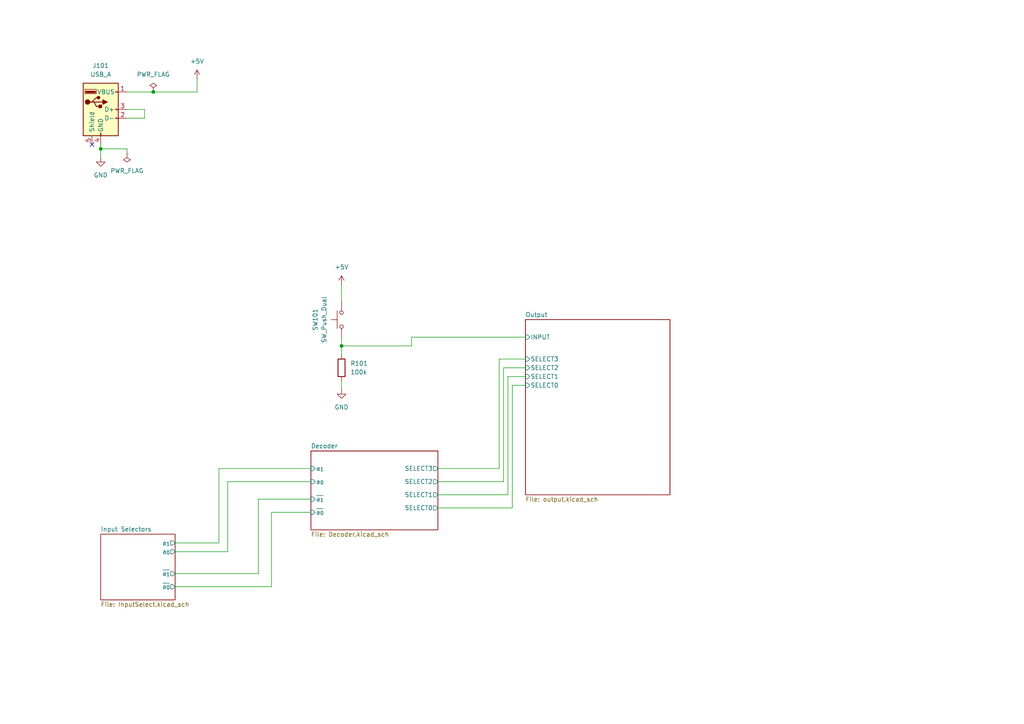
<source format=kicad_sch>
(kicad_sch (version 20211123) (generator eeschema)
  (paper "A4")
  (lib_symbols
    (symbol "Connector:USB_A" (pin_names (offset 1.016))
      (property "Reference" "J" (at -5.08 11.43 0))
      (property "Value" "USB_A" (at -5.08 8.89 0))
      (symbol "USB_A_0_1"
        (rectangle (start -5.08 -7.62) (end 5.08 7.62) (stroke (width 0.254)) (fill (type background)))
        (circle (center -3.81 2.159) (radius 0.635) (stroke (width 0.254)) (fill (type outline)))
        (rectangle (start -1.524 4.826) (end -4.318 5.334) (fill (type outline)))
        (rectangle (start -1.27 4.572) (end -4.572 5.842))
        (circle (center -0.635 3.429) (radius 0.381) (stroke (width 0.254)) (fill (type outline)))
        (rectangle (start -0.127 -7.62) (end 0.127 -6.858))
        (polyline (pts (xy -3.175 2.159) (xy -2.54 2.159) (xy -1.27 3.429) (xy -0.635 3.429)) (stroke (width 0.254)))
        (polyline (pts (xy -2.54 2.159) (xy -1.905 2.159) (xy -1.27 0.889) (xy 0 0.889)) (stroke (width 0.254)))
        (polyline (pts (xy 0.635 2.794) (xy 0.635 1.524) (xy 1.905 2.159) (xy 0.635 2.794)) (stroke (width 0.254)) (fill (type outline)))
        (rectangle (start 0.254 1.27) (end -0.508 0.508) (stroke (width 0.254)) (fill (type outline)))
        (rectangle (start 5.08 -2.667) (end 4.318 -2.413))
        (rectangle (start 5.08 -0.127) (end 4.318 0.127))
        (rectangle (start 5.08 4.953) (end 4.318 5.207))
      )
      (symbol "USB_A_1_1"
        (polyline (pts (xy -1.905 2.159) (xy 0.635 2.159)) (stroke (width 0.254)))
        (pin power_in line (at 7.62 5.08 180) (length 2.54) (name "VBUS") (number "1"))
        (pin bidirectional line (at 7.62 -2.54 180) (length 2.54) (name "D-") (number "2"))
        (pin bidirectional line (at 7.62 0 180) (length 2.54) (name "D+") (number "3"))
        (pin power_in line (at 0 -10.16 90) (length 2.54) (name "GND") (number "4"))
        (pin passive line (at -2.54 -10.16 90) (length 2.54) (name "Shield") (number "5"))
      )
    )
    (symbol "Device:R" (pin_numbers hide) (pin_names (offset 0))
      (property "Reference" "R" (at 2.032 0 90))
      (property "Value" "R" (at 0 0 90))
      (symbol "R_0_1"
        (rectangle (start -1.016 -2.54) (end 1.016 2.54) (stroke (width 0.254)))
      )
      (symbol "R_1_1"
        (pin passive line (at 0 3.81 270) (length 1.27) (name "~") (number "1"))
        (pin passive line (at 0 -3.81 90) (length 1.27) (name "~") (number "2"))
      )
    )
    (symbol "Switch:SW_Push" (pin_numbers hide) (pin_names (offset 1.016) hide)
      (property "Reference" "SW" (at 1.27 2.54 0))
      (property "Value" "SW_Push" (at 0 -1.524 0))
      (symbol "SW_Push_0_1"
        (circle (center -2.032 0) (radius 0.508))
        (polyline (pts (xy 0 1.27) (xy 0 3.048)))
        (polyline (pts (xy 2.54 1.27) (xy -2.54 1.27)))
        (circle (center 2.032 0) (radius 0.508))
        (pin passive line (at -5.08 0 0) (length 2.54) (name "1") (number "1"))
        (pin passive line (at 5.08 0 180) (length 2.54) (name "2") (number "2"))
      )
    )
    (symbol "power:+5V" (power) (pin_names (offset 0))
      (property "Value" "+5V" (at 0 3.556 0))
      (symbol "+5V_0_1"
        (polyline (pts (xy -0.762 1.27) (xy 0 2.54)))
        (polyline (pts (xy 0 0) (xy 0 2.54)))
        (polyline (pts (xy 0 2.54) (xy 0.762 1.27)))
      )
      (symbol "+5V_1_1"
        (pin power_in line (at 0 0 90) (length 0) hide (name "+5V") (number "1"))
      )
    )
    (symbol "power:GND" (power) (pin_names (offset 0))
      (property "Value" "GND" (at 0 -3.81 0))
      (symbol "GND_0_1"
        (polyline (pts (xy 0 0) (xy 0 -1.27) (xy 1.27 -1.27) (xy 0 -2.54) (xy -1.27 -1.27) (xy 0 -1.27)))
      )
      (symbol "GND_1_1"
        (pin power_in line (at 0 0 270) (length 0) hide (name "GND") (number "1"))
      )
    )
    (symbol "power:PWR_FLAG" (power) (pin_numbers hide) (pin_names (offset 0) hide)
      (property "Value" "PWR_FLAG" (at 0 3.81 0))
      (symbol "PWR_FLAG_0_0"
        (pin power_out line (at 0 0 90) (length 0) (name "pwr") (number "1"))
      )
      (symbol "PWR_FLAG_0_1"
        (polyline (pts (xy 0 0) (xy 0 1.27) (xy -1.016 1.905) (xy 0 2.54) (xy 1.016 1.905) (xy 0 1.27)))
      )
    )
  )
  (junction (at 99.06 100.33))
  (junction (at 44.45 26.67))
  (junction (at 29.21 43.18))
  (no_connect (at 26.67 41.91))
  (wire (pts (xy 119.38 97.79) (xy 152.4 97.79)))
  (wire (pts (xy 36.83 26.67) (xy 44.45 26.67)))
  (wire (pts (xy 144.78 104.14) (xy 152.4 104.14)))
  (wire (pts (xy 146.05 106.68) (xy 152.4 106.68)))
  (wire (pts (xy 50.8 157.48) (xy 63.5 157.48)))
  (wire (pts (xy 66.04 160.02) (xy 66.04 139.7)))
  (wire (pts (xy 119.38 100.33) (xy 119.38 97.79)))
  (wire (pts (xy 127 143.51) (xy 147.32 143.51)))
  (wire (pts (xy 148.59 111.76) (xy 152.4 111.76)))
  (wire (pts (xy 78.74 170.18) (xy 78.74 148.59)))
  (wire (pts (xy 57.15 26.67) (xy 57.15 22.86)))
  (wire (pts (xy 147.32 109.22) (xy 152.4 109.22)))
  (wire (pts (xy 66.04 139.7) (xy 90.17 139.7)))
  (wire (pts (xy 99.06 82.55) (xy 99.06 87.63)))
  (wire (pts (xy 99.06 100.33) (xy 99.06 102.87)))
  (wire (pts (xy 74.93 144.78) (xy 90.17 144.78)))
  (wire (pts (xy 36.83 34.29) (xy 41.91 34.29)))
  (wire (pts (xy 36.83 43.18) (xy 36.83 44.45)))
  (wire (pts (xy 44.45 26.67) (xy 57.15 26.67)))
  (wire (pts (xy 74.93 166.37) (xy 74.93 144.78)))
  (wire (pts (xy 99.06 97.79) (xy 99.06 100.33)))
  (wire (pts (xy 127 147.32) (xy 148.59 147.32)))
  (wire (pts (xy 146.05 139.7) (xy 146.05 106.68)))
  (wire (pts (xy 148.59 147.32) (xy 148.59 111.76)))
  (wire (pts (xy 29.21 43.18) (xy 36.83 43.18)))
  (wire (pts (xy 41.91 31.75) (xy 41.91 34.29)))
  (wire (pts (xy 29.21 43.18) (xy 29.21 45.72)))
  (wire (pts (xy 50.8 170.18) (xy 78.74 170.18)))
  (wire (pts (xy 63.5 157.48) (xy 63.5 135.89)))
  (wire (pts (xy 147.32 143.51) (xy 147.32 109.22)))
  (wire (pts (xy 63.5 135.89) (xy 90.17 135.89)))
  (wire (pts (xy 78.74 148.59) (xy 90.17 148.59)))
  (wire (pts (xy 127 135.89) (xy 144.78 135.89)))
  (wire (pts (xy 99.06 110.49) (xy 99.06 113.03)))
  (wire (pts (xy 50.8 166.37) (xy 74.93 166.37)))
  (wire (pts (xy 144.78 135.89) (xy 144.78 104.14)))
  (wire (pts (xy 29.21 41.91) (xy 29.21 43.18)))
  (wire (pts (xy 36.83 31.75) (xy 41.91 31.75)))
  (wire (pts (xy 50.8 160.02) (xy 66.04 160.02)))
  (wire (pts (xy 127 139.7) (xy 146.05 139.7)))
  (wire (pts (xy 99.06 100.33) (xy 119.38 100.33)))
  (symbol (lib_id "power:PWR_FLAG") (at 36.83 44.45 180) (unit 1)
    (property "Reference" "#FLG0101" (effects hide))
    (property "Value" "PWR_FLAG" (at 36.83 49.53 0))
  )
  (symbol (lib_id "Connector:USB_A") (at 29.21 31.75 0) (unit 1)
    (property "Reference" "J101" (at 29.21 19.05 0))
    (property "Value" "USB_A" (at 29.21 21.59 0))
    (property "Footprint" "Connector_USB:USB_A_Molex_67643_Horizontal" (effects hide))
    (property "Datasheet" " ~" (effects hide))
  )
  (symbol (lib_id "power:GND") (at 99.06 113.03 0) (unit 1)
    (property "Reference" "#PWR0104" (effects hide))
    (property "Value" "GND" (at 99.06 118.11 0))
  )
  (symbol (lib_id "Device:R") (at 99.06 106.68 0) (unit 1)
    (property "Reference" "R101" (at 101.6 105.4099 0) (effects (justify left)))
    (property "Value" "100k" (at 101.6 107.9499 0) (effects (justify left)))
    (property "Footprint" "Resistor_THT:R_Axial_DIN0207_L6.3mm_D2.5mm_P7.62mm_Horizontal" (effects hide))
  )
  (symbol (lib_id "power:+5V") (at 99.06 82.55 0) (unit 1)
    (property "Reference" "#PWR0103" (effects hide))
    (property "Value" "+5V" (at 99.06 77.47 0))
  )
  (symbol (lib_id "power:+5V") (at 57.15 22.86 0) (unit 1)
    (property "Reference" "#PWR0102" (effects hide))
    (property "Value" "+5V" (at 57.15 17.78 0))
  )
  (symbol (lib_id "power:PWR_FLAG") (at 44.45 26.67 0) (unit 1)
    (property "Reference" "#FLG0102" (effects hide))
    (property "Value" "PWR_FLAG" (at 44.45 21.59 0))
  )
  (symbol (lib_id "Switch:SW_Push") (at 99.06 92.71 90) (unit 1)
    (property "Reference" "SW101" (at 91.44 92.71 0))
    (property "Value" "SW_Push_Dual" (at 93.98 92.71 0))
    (property "Footprint" "Button_Switch_THT:SW_PUSH_6mm_H4.3mm" (effects hide))
  )
  (symbol (lib_id "power:GND") (at 29.21 45.72 0) (unit 1)
    (property "Reference" "#PWR0101" (effects hide))
    (property "Value" "GND" (at 29.21 50.8 0))
  )
  (sheet (at 29.21 154.94) (size 21.59 19.05) (stroke (width 0.1524))
    (property "Sheet name" "Input Selectors" (at 29.21 154.2284 0) (effects (justify left bottom)))
    (property "Sheet file" "InputSelect.kicad_sch" (at 29.21 174.5746 0) (effects (justify left top)))
    (pin "a_{1}" output (at 50.8 157.48 0))
    (pin "a_{0}" output (at 50.8 160.02 0))
    (pin "~{a_{0}}" output (at 50.8 170.18 0))
    (pin "~{a_{1}}" output (at 50.8 166.37 0))
  )
  (sheet (at 90.17 130.81) (size 36.83 22.86) (stroke (width 0.1524))
    (property "Sheet name" "Decoder" (at 90.17 130.0984 0) (effects (justify left bottom)))
    (property "Sheet file" "Decoder.kicad_sch" (at 90.17 154.2546 0) (effects (justify left top)))
    (pin "SELECT1" output (at 127 143.51 0))
    (pin "SELECT0" output (at 127 147.32 0))
    (pin "~{a_{1}}" input (at 90.17 144.78 180))
    (pin "~{a_{0}}" input (at 90.17 148.59 180))
    (pin "a_{0}" input (at 90.17 139.7 180))
    (pin "a_{1}" input (at 90.17 135.89 180))
    (pin "SELECT2" output (at 127 139.7 0))
    (pin "SELECT3" output (at 127 135.89 0))
  )
  (sheet (at 152.4 92.71) (size 41.91 50.8) (stroke (width 0.1524))
    (property "Sheet name" "Output" (at 152.4 91.9984 0) (effects (justify left bottom)))
    (property "Sheet file" "output.kicad_sch" (at 152.4 144.0946 0) (effects (justify left top)))
    (pin "INPUT" input (at 152.4 97.79 180))
    (pin "SELECT0" input (at 152.4 111.76 180))
    (pin "SELECT1" input (at 152.4 109.22 180))
    (pin "SELECT2" input (at 152.4 106.68 180))
    (pin "SELECT3" input (at 152.4 104.14 180))
  )
)
</source>
